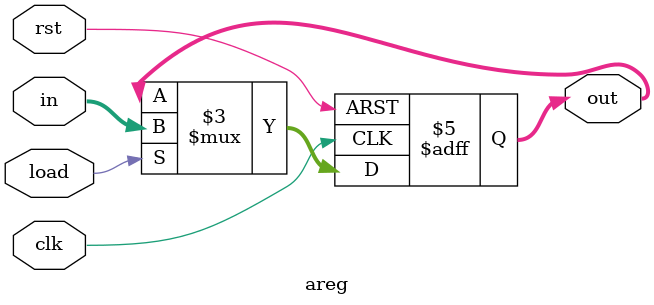
<source format=sv>
module areg (clk, rst, load, in, out);

	parameter WIDTH = 16; 

	input clk, rst, load;
	input [WIDTH-1:0] in;
	output logic [WIDTH-1:0] out;

    initial begin
        out = 0;
    end

   always@(posedge clk, posedge rst) begin
        if(rst)
            out <= 0;
        else if(load)
            out <= in;
    end
    
endmodule

</source>
